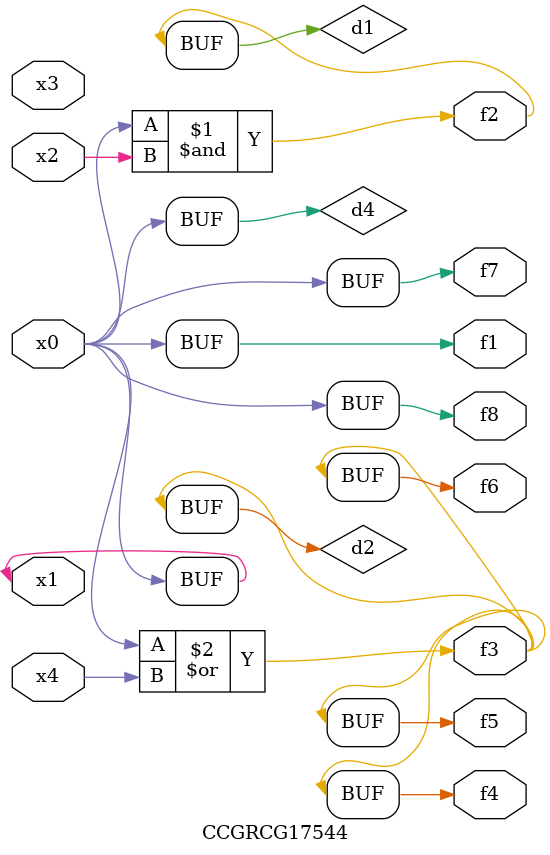
<source format=v>
module CCGRCG17544(
	input x0, x1, x2, x3, x4,
	output f1, f2, f3, f4, f5, f6, f7, f8
);

	wire d1, d2, d3, d4;

	and (d1, x0, x2);
	or (d2, x0, x4);
	nand (d3, x0, x2);
	buf (d4, x0, x1);
	assign f1 = d4;
	assign f2 = d1;
	assign f3 = d2;
	assign f4 = d2;
	assign f5 = d2;
	assign f6 = d2;
	assign f7 = d4;
	assign f8 = d4;
endmodule

</source>
